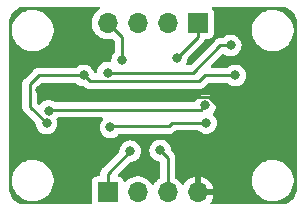
<source format=gbl>
%TF.GenerationSoftware,KiCad,Pcbnew,(6.0.10)*%
%TF.CreationDate,2023-01-14T14:38:52-05:00*%
%TF.ProjectId,AS5600-Breakout,41533536-3030-42d4-9272-65616b6f7574,rev?*%
%TF.SameCoordinates,Original*%
%TF.FileFunction,Copper,L2,Bot*%
%TF.FilePolarity,Positive*%
%FSLAX46Y46*%
G04 Gerber Fmt 4.6, Leading zero omitted, Abs format (unit mm)*
G04 Created by KiCad (PCBNEW (6.0.10)) date 2023-01-14 14:38:52*
%MOMM*%
%LPD*%
G01*
G04 APERTURE LIST*
%TA.AperFunction,ComponentPad*%
%ADD10R,1.700000X1.700000*%
%TD*%
%TA.AperFunction,ComponentPad*%
%ADD11O,1.700000X1.700000*%
%TD*%
%TA.AperFunction,ViaPad*%
%ADD12C,0.800000*%
%TD*%
%TA.AperFunction,Conductor*%
%ADD13C,0.250000*%
%TD*%
G04 APERTURE END LIST*
D10*
%TO.P,J2,1,Pin_1*%
%TO.N,PGO*%
X128270000Y-78105000D03*
D11*
%TO.P,J2,2,Pin_2*%
%TO.N,SDA_3v*%
X125730000Y-78105000D03*
%TO.P,J2,3,Pin_3*%
%TO.N,SCL_3v*%
X123190000Y-78105000D03*
%TO.P,J2,4,Pin_4*%
%TO.N,DIR*%
X120650000Y-78105000D03*
%TD*%
D10*
%TO.P,J1,1,Pin_1*%
%TO.N,5V*%
X120650000Y-92456000D03*
D11*
%TO.P,J1,2,Pin_2*%
%TO.N,3.3V*%
X123190000Y-92456000D03*
%TO.P,J1,3,Pin_3*%
%TO.N,OUT*%
X125730000Y-92456000D03*
%TO.P,J1,4,Pin_4*%
%TO.N,GND*%
X128270000Y-92456000D03*
%TD*%
D12*
%TO.N,VCC*%
X120874996Y-86939662D03*
X128991000Y-86573000D03*
%TO.N,GND*%
X114935000Y-83820000D03*
X133350000Y-86614000D03*
%TO.N,3.3V*%
X120645000Y-82301000D03*
X131064000Y-80010000D03*
%TO.N,SDA*%
X128905000Y-85090000D03*
X115659500Y-85538799D03*
%TO.N,SCL*%
X131445000Y-82550000D03*
X118618000Y-82550000D03*
X115465500Y-86614000D03*
%TO.N,5V*%
X122555000Y-88954241D03*
%TO.N,OUT*%
X125095000Y-88900000D03*
%TO.N,PGO*%
X126492000Y-81067000D03*
%TO.N,DIR*%
X121875682Y-81225759D03*
%TD*%
D13*
%TO.N,VCC*%
X125801887Y-86868000D02*
X120946658Y-86868000D01*
X128991000Y-86573000D02*
X126096887Y-86573000D01*
X126096887Y-86573000D02*
X125801887Y-86868000D01*
X120946658Y-86868000D02*
X120874996Y-86939662D01*
%TO.N,GND*%
X118180000Y-84525000D02*
X117475000Y-83820000D01*
X129205305Y-84365000D02*
X127090000Y-84365000D01*
X133350000Y-86614000D02*
X131454305Y-86614000D01*
X117475000Y-83820000D02*
X114935000Y-83820000D01*
X127090000Y-84365000D02*
X126930000Y-84525000D01*
X126930000Y-84525000D02*
X118180000Y-84525000D01*
X131454305Y-86614000D02*
X129205305Y-84365000D01*
%TO.N,3.3V*%
X130187500Y-80010000D02*
X127896500Y-82301000D01*
X131064000Y-80010000D02*
X130187500Y-80010000D01*
X127896500Y-82301000D02*
X120645000Y-82301000D01*
%TO.N,SDA*%
X128526779Y-85468221D02*
X128905000Y-85090000D01*
X115659500Y-85538799D02*
X115730078Y-85468221D01*
X115730078Y-85468221D02*
X128526779Y-85468221D01*
%TO.N,SCL*%
X128397000Y-83058000D02*
X128905000Y-82550000D01*
X114046000Y-85194500D02*
X114046000Y-83312000D01*
X118618000Y-82550000D02*
X119126000Y-83058000D01*
X114046000Y-83312000D02*
X114808000Y-82550000D01*
X114808000Y-82550000D02*
X118618000Y-82550000D01*
X119126000Y-83058000D02*
X128397000Y-83058000D01*
X128905000Y-82550000D02*
X131445000Y-82550000D01*
X115465500Y-86614000D02*
X114046000Y-85194500D01*
%TO.N,5V*%
X120650000Y-90859241D02*
X120650000Y-92456000D01*
X122555000Y-88954241D02*
X120650000Y-90859241D01*
%TO.N,OUT*%
X125730000Y-89535000D02*
X125730000Y-92710000D01*
X125095000Y-88900000D02*
X125730000Y-89535000D01*
%TO.N,PGO*%
X126492000Y-81067000D02*
X128270000Y-79289000D01*
X128270000Y-79289000D02*
X128270000Y-78105000D01*
%TO.N,DIR*%
X121875682Y-81225759D02*
X121875682Y-79330682D01*
X121875682Y-79330682D02*
X120650000Y-78105000D01*
%TD*%
%TA.AperFunction,Conductor*%
%TO.N,GND*%
G36*
X119943622Y-76728502D02*
G01*
X119990115Y-76782158D01*
X120000219Y-76852432D01*
X119970725Y-76917012D01*
X119933683Y-76946262D01*
X119923607Y-76951507D01*
X119919474Y-76954610D01*
X119919471Y-76954612D01*
X119749100Y-77082530D01*
X119744965Y-77085635D01*
X119714490Y-77117525D01*
X119651280Y-77183671D01*
X119590629Y-77247138D01*
X119464743Y-77431680D01*
X119370688Y-77634305D01*
X119310989Y-77849570D01*
X119287251Y-78071695D01*
X119287548Y-78076848D01*
X119287548Y-78076851D01*
X119299812Y-78289547D01*
X119300110Y-78294715D01*
X119301247Y-78299761D01*
X119301248Y-78299767D01*
X119316823Y-78368874D01*
X119349222Y-78512639D01*
X119433266Y-78719616D01*
X119470685Y-78780678D01*
X119547291Y-78905688D01*
X119549987Y-78910088D01*
X119696250Y-79078938D01*
X119789220Y-79156123D01*
X119861580Y-79216197D01*
X119868126Y-79221632D01*
X120061000Y-79334338D01*
X120065825Y-79336180D01*
X120065826Y-79336181D01*
X120132971Y-79361821D01*
X120269692Y-79414030D01*
X120274760Y-79415061D01*
X120274763Y-79415062D01*
X120369292Y-79434294D01*
X120488597Y-79458567D01*
X120493772Y-79458757D01*
X120493774Y-79458757D01*
X120706673Y-79466564D01*
X120706677Y-79466564D01*
X120711837Y-79466753D01*
X120716957Y-79466097D01*
X120716959Y-79466097D01*
X120802732Y-79455109D01*
X120933416Y-79438368D01*
X120979826Y-79424444D01*
X121050821Y-79424026D01*
X121105129Y-79456034D01*
X121205277Y-79556182D01*
X121239303Y-79618494D01*
X121242182Y-79645277D01*
X121242182Y-80523235D01*
X121222180Y-80591356D01*
X121209824Y-80607538D01*
X121136642Y-80688815D01*
X121104392Y-80744674D01*
X121070254Y-80803803D01*
X121041155Y-80854203D01*
X120982140Y-81035831D01*
X120962178Y-81225759D01*
X120962868Y-81232323D01*
X120967042Y-81272034D01*
X120954270Y-81341872D01*
X120905768Y-81393719D01*
X120836936Y-81411114D01*
X120815535Y-81408452D01*
X120746944Y-81393872D01*
X120746939Y-81393872D01*
X120740487Y-81392500D01*
X120549513Y-81392500D01*
X120543061Y-81393872D01*
X120543056Y-81393872D01*
X120456112Y-81412353D01*
X120362712Y-81432206D01*
X120356682Y-81434891D01*
X120356681Y-81434891D01*
X120194278Y-81507197D01*
X120194276Y-81507198D01*
X120188248Y-81509882D01*
X120033747Y-81622134D01*
X120029326Y-81627044D01*
X120029325Y-81627045D01*
X119995492Y-81664621D01*
X119905960Y-81764056D01*
X119902659Y-81769774D01*
X119816315Y-81919326D01*
X119810473Y-81929444D01*
X119751458Y-82111072D01*
X119750768Y-82117633D01*
X119750768Y-82117635D01*
X119735007Y-82267591D01*
X119707994Y-82333248D01*
X119649772Y-82373877D01*
X119578827Y-82376580D01*
X119517683Y-82340498D01*
X119489864Y-82293356D01*
X119481493Y-82267591D01*
X119452527Y-82178444D01*
X119357040Y-82013056D01*
X119340882Y-81995110D01*
X119233675Y-81876045D01*
X119233674Y-81876044D01*
X119229253Y-81871134D01*
X119093589Y-81772568D01*
X119080094Y-81762763D01*
X119080093Y-81762762D01*
X119074752Y-81758882D01*
X119068724Y-81756198D01*
X119068722Y-81756197D01*
X118906319Y-81683891D01*
X118906318Y-81683891D01*
X118900288Y-81681206D01*
X118793343Y-81658474D01*
X118719944Y-81642872D01*
X118719939Y-81642872D01*
X118713487Y-81641500D01*
X118522513Y-81641500D01*
X118516061Y-81642872D01*
X118516056Y-81642872D01*
X118442657Y-81658474D01*
X118335712Y-81681206D01*
X118329682Y-81683891D01*
X118329681Y-81683891D01*
X118167278Y-81756197D01*
X118167276Y-81756198D01*
X118161248Y-81758882D01*
X118155907Y-81762762D01*
X118155906Y-81762763D01*
X118142411Y-81772568D01*
X118006747Y-81871134D01*
X118002332Y-81876037D01*
X117997420Y-81880460D01*
X117996295Y-81879211D01*
X117942986Y-81912051D01*
X117909800Y-81916500D01*
X114886768Y-81916500D01*
X114875585Y-81915973D01*
X114868092Y-81914298D01*
X114860166Y-81914547D01*
X114860165Y-81914547D01*
X114800002Y-81916438D01*
X114796044Y-81916500D01*
X114768144Y-81916500D01*
X114764154Y-81917004D01*
X114752320Y-81917936D01*
X114708111Y-81919326D01*
X114700497Y-81921538D01*
X114700492Y-81921539D01*
X114688659Y-81924977D01*
X114669296Y-81928988D01*
X114649203Y-81931526D01*
X114641836Y-81934443D01*
X114641831Y-81934444D01*
X114608092Y-81947802D01*
X114596865Y-81951646D01*
X114554407Y-81963982D01*
X114547581Y-81968019D01*
X114536972Y-81974293D01*
X114519224Y-81982988D01*
X114500383Y-81990448D01*
X114493967Y-81995110D01*
X114493966Y-81995110D01*
X114464613Y-82016436D01*
X114454693Y-82022952D01*
X114423465Y-82041420D01*
X114423462Y-82041422D01*
X114416638Y-82045458D01*
X114402317Y-82059779D01*
X114387284Y-82072619D01*
X114370893Y-82084528D01*
X114354128Y-82104794D01*
X114342712Y-82118593D01*
X114334722Y-82127374D01*
X113653742Y-82808353D01*
X113645463Y-82815887D01*
X113638982Y-82820000D01*
X113592357Y-82869651D01*
X113589602Y-82872493D01*
X113569865Y-82892230D01*
X113567385Y-82895427D01*
X113559682Y-82904447D01*
X113529414Y-82936679D01*
X113525595Y-82943625D01*
X113525593Y-82943628D01*
X113519652Y-82954434D01*
X113508801Y-82970953D01*
X113496386Y-82986959D01*
X113493241Y-82994228D01*
X113493238Y-82994232D01*
X113478826Y-83027537D01*
X113473609Y-83038187D01*
X113452305Y-83076940D01*
X113450334Y-83084615D01*
X113450334Y-83084616D01*
X113447267Y-83096562D01*
X113440863Y-83115266D01*
X113432819Y-83133855D01*
X113431580Y-83141678D01*
X113431577Y-83141688D01*
X113425901Y-83177524D01*
X113423495Y-83189144D01*
X113415469Y-83220405D01*
X113412500Y-83231970D01*
X113412500Y-83252224D01*
X113410949Y-83271934D01*
X113407780Y-83291943D01*
X113408526Y-83299835D01*
X113411941Y-83335961D01*
X113412500Y-83347819D01*
X113412500Y-85115733D01*
X113411973Y-85126916D01*
X113410298Y-85134409D01*
X113410547Y-85142335D01*
X113410547Y-85142336D01*
X113412438Y-85202486D01*
X113412500Y-85206445D01*
X113412500Y-85234356D01*
X113412997Y-85238290D01*
X113412997Y-85238291D01*
X113413005Y-85238356D01*
X113413938Y-85250193D01*
X113415327Y-85294389D01*
X113420978Y-85313839D01*
X113424987Y-85333200D01*
X113427526Y-85353297D01*
X113430445Y-85360668D01*
X113430445Y-85360670D01*
X113443804Y-85394412D01*
X113447649Y-85405642D01*
X113459982Y-85448093D01*
X113464015Y-85454912D01*
X113464017Y-85454917D01*
X113470293Y-85465528D01*
X113478988Y-85483276D01*
X113486448Y-85502117D01*
X113491110Y-85508533D01*
X113491110Y-85508534D01*
X113512436Y-85537887D01*
X113518952Y-85547807D01*
X113541458Y-85585862D01*
X113555779Y-85600183D01*
X113568619Y-85615216D01*
X113580528Y-85631607D01*
X113586634Y-85636658D01*
X113614605Y-85659798D01*
X113623384Y-85667788D01*
X114518378Y-86562782D01*
X114552404Y-86625094D01*
X114554593Y-86638707D01*
X114568309Y-86769206D01*
X114571958Y-86803928D01*
X114630973Y-86985556D01*
X114726460Y-87150944D01*
X114730878Y-87155851D01*
X114730879Y-87155852D01*
X114817330Y-87251866D01*
X114854247Y-87292866D01*
X115008748Y-87405118D01*
X115014776Y-87407802D01*
X115014778Y-87407803D01*
X115169313Y-87476606D01*
X115183212Y-87482794D01*
X115268878Y-87501003D01*
X115363556Y-87521128D01*
X115363561Y-87521128D01*
X115370013Y-87522500D01*
X115560987Y-87522500D01*
X115567439Y-87521128D01*
X115567444Y-87521128D01*
X115662122Y-87501003D01*
X115747788Y-87482794D01*
X115761687Y-87476606D01*
X115916222Y-87407803D01*
X115916224Y-87407802D01*
X115922252Y-87405118D01*
X116076753Y-87292866D01*
X116113670Y-87251866D01*
X116200121Y-87155852D01*
X116200122Y-87155851D01*
X116204540Y-87150944D01*
X116300027Y-86985556D01*
X116359042Y-86803928D01*
X116362692Y-86769206D01*
X116378314Y-86620565D01*
X116379004Y-86614000D01*
X116359042Y-86424072D01*
X116308828Y-86269530D01*
X116306800Y-86198563D01*
X116335011Y-86146299D01*
X116335327Y-86145947D01*
X116337599Y-86143425D01*
X116398037Y-86106176D01*
X116431247Y-86101721D01*
X120123975Y-86101721D01*
X120192096Y-86121723D01*
X120238589Y-86175379D01*
X120248693Y-86245653D01*
X120217611Y-86312031D01*
X120135956Y-86402718D01*
X120040469Y-86568106D01*
X119981454Y-86749734D01*
X119961492Y-86939662D01*
X119981454Y-87129590D01*
X120040469Y-87311218D01*
X120135956Y-87476606D01*
X120140374Y-87481513D01*
X120140375Y-87481514D01*
X120158426Y-87501562D01*
X120263743Y-87618528D01*
X120418244Y-87730780D01*
X120424272Y-87733464D01*
X120424274Y-87733465D01*
X120586677Y-87805771D01*
X120592708Y-87808456D01*
X120686109Y-87828309D01*
X120773052Y-87846790D01*
X120773057Y-87846790D01*
X120779509Y-87848162D01*
X120970483Y-87848162D01*
X120976935Y-87846790D01*
X120976940Y-87846790D01*
X121063883Y-87828309D01*
X121157284Y-87808456D01*
X121163315Y-87805771D01*
X121325718Y-87733465D01*
X121325720Y-87733464D01*
X121331748Y-87730780D01*
X121486249Y-87618528D01*
X121554085Y-87543188D01*
X121614528Y-87505950D01*
X121647719Y-87501500D01*
X125723120Y-87501500D01*
X125734303Y-87502027D01*
X125741796Y-87503702D01*
X125749722Y-87503453D01*
X125749723Y-87503453D01*
X125809873Y-87501562D01*
X125813832Y-87501500D01*
X125841743Y-87501500D01*
X125845678Y-87501003D01*
X125845743Y-87500995D01*
X125857580Y-87500062D01*
X125889838Y-87499048D01*
X125893857Y-87498922D01*
X125901776Y-87498673D01*
X125921230Y-87493021D01*
X125940587Y-87489013D01*
X125952817Y-87487468D01*
X125952818Y-87487468D01*
X125960684Y-87486474D01*
X125968055Y-87483555D01*
X125968057Y-87483555D01*
X126001799Y-87470196D01*
X126013029Y-87466351D01*
X126047870Y-87456229D01*
X126047871Y-87456229D01*
X126055480Y-87454018D01*
X126062299Y-87449985D01*
X126062304Y-87449983D01*
X126072915Y-87443707D01*
X126090663Y-87435012D01*
X126109504Y-87427552D01*
X126145274Y-87401564D01*
X126155194Y-87395048D01*
X126158574Y-87393049D01*
X126193249Y-87372542D01*
X126198856Y-87366936D01*
X126207572Y-87358220D01*
X126222606Y-87345379D01*
X126232582Y-87338131D01*
X126232583Y-87338130D01*
X126238994Y-87333472D01*
X126267180Y-87299401D01*
X126275169Y-87290622D01*
X126322386Y-87243405D01*
X126384698Y-87209379D01*
X126411481Y-87206500D01*
X128282800Y-87206500D01*
X128350921Y-87226502D01*
X128370147Y-87242843D01*
X128370420Y-87242540D01*
X128375332Y-87246963D01*
X128379747Y-87251866D01*
X128401329Y-87267546D01*
X128516478Y-87351207D01*
X128534248Y-87364118D01*
X128540276Y-87366802D01*
X128540278Y-87366803D01*
X128702681Y-87439109D01*
X128708712Y-87441794D01*
X128802112Y-87461647D01*
X128889056Y-87480128D01*
X128889061Y-87480128D01*
X128895513Y-87481500D01*
X129086487Y-87481500D01*
X129092939Y-87480128D01*
X129092944Y-87480128D01*
X129179888Y-87461647D01*
X129273288Y-87441794D01*
X129279319Y-87439109D01*
X129441722Y-87366803D01*
X129441724Y-87366802D01*
X129447752Y-87364118D01*
X129465523Y-87351207D01*
X129529213Y-87304933D01*
X129602253Y-87251866D01*
X129625091Y-87226502D01*
X129725621Y-87114852D01*
X129725622Y-87114851D01*
X129730040Y-87109944D01*
X129825527Y-86944556D01*
X129884542Y-86762928D01*
X129904504Y-86573000D01*
X129888851Y-86424072D01*
X129885232Y-86389635D01*
X129885232Y-86389633D01*
X129884542Y-86383072D01*
X129825527Y-86201444D01*
X129730040Y-86036056D01*
X129602253Y-85894134D01*
X129595286Y-85889072D01*
X129594575Y-85888150D01*
X129592002Y-85885833D01*
X129592426Y-85885362D01*
X129551934Y-85832848D01*
X129545860Y-85762111D01*
X129575714Y-85702828D01*
X129639621Y-85631852D01*
X129639622Y-85631851D01*
X129644040Y-85626944D01*
X129739527Y-85461556D01*
X129798542Y-85279928D01*
X129802912Y-85238356D01*
X129817814Y-85096565D01*
X129818504Y-85090000D01*
X129808337Y-84993269D01*
X129799232Y-84906635D01*
X129799232Y-84906633D01*
X129798542Y-84900072D01*
X129739527Y-84718444D01*
X129644040Y-84553056D01*
X129516253Y-84411134D01*
X129361752Y-84298882D01*
X129355724Y-84296198D01*
X129355722Y-84296197D01*
X129193319Y-84223891D01*
X129193318Y-84223891D01*
X129187288Y-84221206D01*
X129093888Y-84201353D01*
X129006944Y-84182872D01*
X129006939Y-84182872D01*
X129000487Y-84181500D01*
X128809513Y-84181500D01*
X128803061Y-84182872D01*
X128803056Y-84182872D01*
X128716112Y-84201353D01*
X128622712Y-84221206D01*
X128616682Y-84223891D01*
X128616681Y-84223891D01*
X128454278Y-84296197D01*
X128454276Y-84296198D01*
X128448248Y-84298882D01*
X128293747Y-84411134D01*
X128165960Y-84553056D01*
X128070473Y-84718444D01*
X128068432Y-84724726D01*
X128060981Y-84747658D01*
X128020907Y-84806263D01*
X127955510Y-84833900D01*
X127941148Y-84834721D01*
X116276992Y-84834721D01*
X116208871Y-84814719D01*
X116202931Y-84810657D01*
X116121594Y-84751562D01*
X116121593Y-84751561D01*
X116116252Y-84747681D01*
X116110224Y-84744997D01*
X116110222Y-84744996D01*
X115947819Y-84672690D01*
X115947818Y-84672690D01*
X115941788Y-84670005D01*
X115848388Y-84650152D01*
X115761444Y-84631671D01*
X115761439Y-84631671D01*
X115754987Y-84630299D01*
X115564013Y-84630299D01*
X115557561Y-84631671D01*
X115557556Y-84631671D01*
X115470612Y-84650152D01*
X115377212Y-84670005D01*
X115371182Y-84672690D01*
X115371181Y-84672690D01*
X115208778Y-84744996D01*
X115208776Y-84744997D01*
X115202748Y-84747681D01*
X115048247Y-84859933D01*
X115043826Y-84864843D01*
X115043825Y-84864844D01*
X114928191Y-84993269D01*
X114867745Y-85030509D01*
X114796762Y-85029157D01*
X114745460Y-84998054D01*
X114716405Y-84968999D01*
X114682379Y-84906687D01*
X114679500Y-84879904D01*
X114679500Y-83626595D01*
X114699502Y-83558474D01*
X114716405Y-83537499D01*
X115033501Y-83220404D01*
X115095813Y-83186379D01*
X115122596Y-83183500D01*
X117909800Y-83183500D01*
X117977921Y-83203502D01*
X117997147Y-83219843D01*
X117997420Y-83219540D01*
X118002332Y-83223963D01*
X118006747Y-83228866D01*
X118161248Y-83341118D01*
X118167276Y-83343802D01*
X118167278Y-83343803D01*
X118329681Y-83416109D01*
X118335712Y-83418794D01*
X118429112Y-83438647D01*
X118516056Y-83457128D01*
X118516061Y-83457128D01*
X118522513Y-83458500D01*
X118577172Y-83458500D01*
X118645293Y-83478502D01*
X118663424Y-83492649D01*
X118683666Y-83511657D01*
X118686509Y-83514413D01*
X118706230Y-83534134D01*
X118709425Y-83536612D01*
X118718447Y-83544318D01*
X118750679Y-83574586D01*
X118757628Y-83578406D01*
X118768432Y-83584346D01*
X118784956Y-83595199D01*
X118800959Y-83607613D01*
X118841543Y-83625176D01*
X118852173Y-83630383D01*
X118890940Y-83651695D01*
X118898617Y-83653666D01*
X118898622Y-83653668D01*
X118910558Y-83656732D01*
X118929266Y-83663137D01*
X118947855Y-83671181D01*
X118955680Y-83672420D01*
X118955682Y-83672421D01*
X118991519Y-83678097D01*
X119003140Y-83680504D01*
X119034959Y-83688673D01*
X119045970Y-83691500D01*
X119066231Y-83691500D01*
X119085940Y-83693051D01*
X119105943Y-83696219D01*
X119113835Y-83695473D01*
X119119062Y-83694979D01*
X119149954Y-83692059D01*
X119161811Y-83691500D01*
X128318233Y-83691500D01*
X128329416Y-83692027D01*
X128336909Y-83693702D01*
X128344835Y-83693453D01*
X128344836Y-83693453D01*
X128404986Y-83691562D01*
X128408945Y-83691500D01*
X128436856Y-83691500D01*
X128440791Y-83691003D01*
X128440856Y-83690995D01*
X128452693Y-83690062D01*
X128484951Y-83689048D01*
X128488970Y-83688922D01*
X128496889Y-83688673D01*
X128516343Y-83683021D01*
X128535700Y-83679013D01*
X128547930Y-83677468D01*
X128547931Y-83677468D01*
X128555797Y-83676474D01*
X128563168Y-83673555D01*
X128563170Y-83673555D01*
X128596912Y-83660196D01*
X128608142Y-83656351D01*
X128642983Y-83646229D01*
X128642984Y-83646229D01*
X128650593Y-83644018D01*
X128657412Y-83639985D01*
X128657417Y-83639983D01*
X128668028Y-83633707D01*
X128685776Y-83625012D01*
X128704617Y-83617552D01*
X128724987Y-83602753D01*
X128740387Y-83591564D01*
X128750307Y-83585048D01*
X128781535Y-83566580D01*
X128781538Y-83566578D01*
X128788362Y-83562542D01*
X128802683Y-83548221D01*
X128817717Y-83535380D01*
X128819432Y-83534134D01*
X128834107Y-83523472D01*
X128862298Y-83489395D01*
X128870288Y-83480616D01*
X129130499Y-83220405D01*
X129192811Y-83186379D01*
X129219594Y-83183500D01*
X130736800Y-83183500D01*
X130804921Y-83203502D01*
X130824147Y-83219843D01*
X130824420Y-83219540D01*
X130829332Y-83223963D01*
X130833747Y-83228866D01*
X130988248Y-83341118D01*
X130994276Y-83343802D01*
X130994278Y-83343803D01*
X131156681Y-83416109D01*
X131162712Y-83418794D01*
X131256112Y-83438647D01*
X131343056Y-83457128D01*
X131343061Y-83457128D01*
X131349513Y-83458500D01*
X131540487Y-83458500D01*
X131546939Y-83457128D01*
X131546944Y-83457128D01*
X131633888Y-83438647D01*
X131727288Y-83418794D01*
X131733319Y-83416109D01*
X131895722Y-83343803D01*
X131895724Y-83343802D01*
X131901752Y-83341118D01*
X132056253Y-83228866D01*
X132092019Y-83189144D01*
X132179621Y-83091852D01*
X132179622Y-83091851D01*
X132184040Y-83086944D01*
X132279527Y-82921556D01*
X132338542Y-82739928D01*
X132358504Y-82550000D01*
X132338542Y-82360072D01*
X132279527Y-82178444D01*
X132184040Y-82013056D01*
X132167882Y-81995110D01*
X132060675Y-81876045D01*
X132060674Y-81876044D01*
X132056253Y-81871134D01*
X131920589Y-81772568D01*
X131907094Y-81762763D01*
X131907093Y-81762762D01*
X131901752Y-81758882D01*
X131895724Y-81756198D01*
X131895722Y-81756197D01*
X131733319Y-81683891D01*
X131733318Y-81683891D01*
X131727288Y-81681206D01*
X131620343Y-81658474D01*
X131546944Y-81642872D01*
X131546939Y-81642872D01*
X131540487Y-81641500D01*
X131349513Y-81641500D01*
X131343061Y-81642872D01*
X131343056Y-81642872D01*
X131269657Y-81658474D01*
X131162712Y-81681206D01*
X131156682Y-81683891D01*
X131156681Y-81683891D01*
X130994278Y-81756197D01*
X130994276Y-81756198D01*
X130988248Y-81758882D01*
X130982907Y-81762762D01*
X130982906Y-81762763D01*
X130969411Y-81772568D01*
X130833747Y-81871134D01*
X130829332Y-81876037D01*
X130824420Y-81880460D01*
X130823295Y-81879211D01*
X130769986Y-81912051D01*
X130736800Y-81916500D01*
X129481094Y-81916500D01*
X129412973Y-81896498D01*
X129366480Y-81842842D01*
X129356376Y-81772568D01*
X129385870Y-81707988D01*
X129391999Y-81701405D01*
X130348730Y-80744674D01*
X130411042Y-80710648D01*
X130481857Y-80715713D01*
X130511885Y-80731833D01*
X130607248Y-80801118D01*
X130613276Y-80803802D01*
X130613278Y-80803803D01*
X130775681Y-80876109D01*
X130781712Y-80878794D01*
X130875112Y-80898647D01*
X130962056Y-80917128D01*
X130962061Y-80917128D01*
X130968513Y-80918500D01*
X131159487Y-80918500D01*
X131165939Y-80917128D01*
X131165944Y-80917128D01*
X131252888Y-80898647D01*
X131346288Y-80878794D01*
X131352319Y-80876109D01*
X131514722Y-80803803D01*
X131514724Y-80803802D01*
X131520752Y-80801118D01*
X131675253Y-80688866D01*
X131679714Y-80683912D01*
X131798621Y-80551852D01*
X131798622Y-80551851D01*
X131803040Y-80546944D01*
X131880775Y-80412303D01*
X131895223Y-80387279D01*
X131895224Y-80387278D01*
X131898527Y-80381556D01*
X131957542Y-80199928D01*
X131977504Y-80010000D01*
X131957542Y-79820072D01*
X131898527Y-79638444D01*
X131803040Y-79473056D01*
X131794104Y-79463131D01*
X131679675Y-79336045D01*
X131679674Y-79336044D01*
X131675253Y-79331134D01*
X131576157Y-79259136D01*
X131526094Y-79222763D01*
X131526093Y-79222762D01*
X131520752Y-79218882D01*
X131514724Y-79216198D01*
X131514722Y-79216197D01*
X131352319Y-79143891D01*
X131352318Y-79143891D01*
X131346288Y-79141206D01*
X131252887Y-79121353D01*
X131165944Y-79102872D01*
X131165939Y-79102872D01*
X131159487Y-79101500D01*
X130968513Y-79101500D01*
X130962061Y-79102872D01*
X130962056Y-79102872D01*
X130875113Y-79121353D01*
X130781712Y-79141206D01*
X130775682Y-79143891D01*
X130775681Y-79143891D01*
X130613278Y-79216197D01*
X130613276Y-79216198D01*
X130607248Y-79218882D01*
X130601907Y-79222762D01*
X130601906Y-79222763D01*
X130532910Y-79272892D01*
X130452747Y-79331134D01*
X130448332Y-79336037D01*
X130443420Y-79340460D01*
X130442295Y-79339211D01*
X130388986Y-79372051D01*
X130355800Y-79376500D01*
X130266267Y-79376500D01*
X130255084Y-79375973D01*
X130247591Y-79374298D01*
X130239665Y-79374547D01*
X130239664Y-79374547D01*
X130179514Y-79376438D01*
X130175555Y-79376500D01*
X130147644Y-79376500D01*
X130143710Y-79376997D01*
X130143709Y-79376997D01*
X130143644Y-79377005D01*
X130131807Y-79377938D01*
X130099990Y-79378938D01*
X130095529Y-79379078D01*
X130087610Y-79379327D01*
X130069954Y-79384456D01*
X130068158Y-79384978D01*
X130048806Y-79388986D01*
X130041735Y-79389880D01*
X130028703Y-79391526D01*
X130021334Y-79394443D01*
X130021332Y-79394444D01*
X129987597Y-79407800D01*
X129976370Y-79411645D01*
X129974187Y-79412279D01*
X129933907Y-79423982D01*
X129927085Y-79428016D01*
X129927079Y-79428019D01*
X129916468Y-79434294D01*
X129898718Y-79442990D01*
X129887256Y-79447528D01*
X129887251Y-79447531D01*
X129879883Y-79450448D01*
X129871216Y-79456745D01*
X129844125Y-79476427D01*
X129834207Y-79482943D01*
X129815519Y-79493995D01*
X129796137Y-79505458D01*
X129781813Y-79519782D01*
X129766781Y-79532621D01*
X129750393Y-79544528D01*
X129735275Y-79562803D01*
X129722212Y-79578593D01*
X129714222Y-79587373D01*
X127671000Y-81630595D01*
X127608688Y-81664621D01*
X127581905Y-81667500D01*
X127412584Y-81667500D01*
X127344463Y-81647498D01*
X127297970Y-81593842D01*
X127287866Y-81523568D01*
X127303464Y-81478503D01*
X127326527Y-81438556D01*
X127385542Y-81256928D01*
X127402907Y-81091706D01*
X127429920Y-81026050D01*
X127439122Y-81015782D01*
X128662247Y-79792657D01*
X128670537Y-79785113D01*
X128677018Y-79781000D01*
X128723659Y-79731332D01*
X128726413Y-79728491D01*
X128746135Y-79708769D01*
X128748619Y-79705567D01*
X128756317Y-79696555D01*
X128781161Y-79670098D01*
X128786586Y-79664321D01*
X128796347Y-79646566D01*
X128807198Y-79630047D01*
X128819614Y-79614041D01*
X128822764Y-79606762D01*
X128837174Y-79573463D01*
X128842396Y-79562803D01*
X128861089Y-79528800D01*
X128911434Y-79478741D01*
X128971504Y-79463500D01*
X129168134Y-79463500D01*
X129230316Y-79456745D01*
X129366705Y-79405615D01*
X129483261Y-79318261D01*
X129570615Y-79201705D01*
X129621745Y-79065316D01*
X129628500Y-79003134D01*
X129628500Y-78847655D01*
X132859858Y-78847655D01*
X132895104Y-79106638D01*
X132896412Y-79111124D01*
X132896412Y-79111126D01*
X132916098Y-79178664D01*
X132968243Y-79357567D01*
X132970203Y-79361820D01*
X132970204Y-79361821D01*
X132986029Y-79396148D01*
X133077668Y-79594928D01*
X133080231Y-79598837D01*
X133218410Y-79809596D01*
X133218414Y-79809601D01*
X133220976Y-79813509D01*
X133395018Y-80008506D01*
X133595970Y-80175637D01*
X133599973Y-80178066D01*
X133815422Y-80308804D01*
X133815426Y-80308806D01*
X133819419Y-80311229D01*
X134060455Y-80412303D01*
X134313783Y-80476641D01*
X134318434Y-80477109D01*
X134318438Y-80477110D01*
X134511308Y-80496531D01*
X134530867Y-80498500D01*
X134686354Y-80498500D01*
X134688679Y-80498327D01*
X134688685Y-80498327D01*
X134876000Y-80484407D01*
X134876004Y-80484406D01*
X134880652Y-80484061D01*
X134885200Y-80483032D01*
X134885206Y-80483031D01*
X135071601Y-80440853D01*
X135135577Y-80426377D01*
X135171769Y-80412303D01*
X135374824Y-80333340D01*
X135374827Y-80333339D01*
X135379177Y-80331647D01*
X135606098Y-80201951D01*
X135811357Y-80040138D01*
X135990443Y-79849763D01*
X136115082Y-79670098D01*
X136136759Y-79638851D01*
X136136761Y-79638848D01*
X136139424Y-79635009D01*
X136141492Y-79630816D01*
X136252960Y-79404781D01*
X136252961Y-79404778D01*
X136255025Y-79400593D01*
X136257928Y-79391526D01*
X136333280Y-79156123D01*
X136334707Y-79151665D01*
X136376721Y-78893693D01*
X136380142Y-78632345D01*
X136344896Y-78373362D01*
X136330473Y-78323877D01*
X136320466Y-78289547D01*
X136271757Y-78122433D01*
X136252599Y-78080875D01*
X136164289Y-77889318D01*
X136162332Y-77885072D01*
X136115442Y-77813553D01*
X136021590Y-77670404D01*
X136021586Y-77670399D01*
X136019024Y-77666491D01*
X135844982Y-77471494D01*
X135644030Y-77304363D01*
X135556755Y-77251403D01*
X135424578Y-77171196D01*
X135424574Y-77171194D01*
X135420581Y-77168771D01*
X135179545Y-77067697D01*
X134926217Y-77003359D01*
X134921566Y-77002891D01*
X134921562Y-77002890D01*
X134712271Y-76981816D01*
X134709133Y-76981500D01*
X134553646Y-76981500D01*
X134551321Y-76981673D01*
X134551315Y-76981673D01*
X134364000Y-76995593D01*
X134363996Y-76995594D01*
X134359348Y-76995939D01*
X134354800Y-76996968D01*
X134354794Y-76996969D01*
X134168399Y-77039147D01*
X134104423Y-77053623D01*
X134100071Y-77055315D01*
X134100069Y-77055316D01*
X133865176Y-77146660D01*
X133865173Y-77146661D01*
X133860823Y-77148353D01*
X133856769Y-77150670D01*
X133856767Y-77150671D01*
X133825099Y-77168771D01*
X133633902Y-77278049D01*
X133428643Y-77439862D01*
X133249557Y-77630237D01*
X133100576Y-77844991D01*
X133098510Y-77849181D01*
X133098508Y-77849184D01*
X133084842Y-77876897D01*
X132984975Y-78079407D01*
X132983553Y-78083850D01*
X132983552Y-78083852D01*
X132963460Y-78146621D01*
X132905293Y-78328335D01*
X132863279Y-78586307D01*
X132859858Y-78847655D01*
X129628500Y-78847655D01*
X129628500Y-77206866D01*
X129621745Y-77144684D01*
X129570615Y-77008295D01*
X129561355Y-76995939D01*
X129496996Y-76910065D01*
X129472148Y-76843558D01*
X129487201Y-76774176D01*
X129537375Y-76723946D01*
X129597822Y-76708500D01*
X135205633Y-76708500D01*
X135225018Y-76710000D01*
X135239851Y-76712310D01*
X135239855Y-76712310D01*
X135248724Y-76713691D01*
X135262789Y-76711852D01*
X135289004Y-76711176D01*
X135422111Y-76721652D01*
X135463574Y-76724915D01*
X135483103Y-76728008D01*
X135676903Y-76774536D01*
X135695706Y-76780646D01*
X135879840Y-76856916D01*
X135897457Y-76865893D01*
X136067387Y-76970027D01*
X136083382Y-76981648D01*
X136234934Y-77111085D01*
X136248915Y-77125066D01*
X136378352Y-77276618D01*
X136389973Y-77292613D01*
X136494107Y-77462543D01*
X136503084Y-77480160D01*
X136579354Y-77664294D01*
X136585464Y-77683097D01*
X136631992Y-77876897D01*
X136635085Y-77896426D01*
X136648272Y-78063987D01*
X136647630Y-78080875D01*
X136647800Y-78080877D01*
X136647690Y-78089853D01*
X136646309Y-78098724D01*
X136647473Y-78107626D01*
X136647473Y-78107628D01*
X136650436Y-78130283D01*
X136651500Y-78146621D01*
X136651500Y-92025633D01*
X136650000Y-92045018D01*
X136647690Y-92059851D01*
X136647690Y-92059855D01*
X136646309Y-92068724D01*
X136648148Y-92082789D01*
X136648824Y-92109004D01*
X136642931Y-92183885D01*
X136635085Y-92283574D01*
X136631992Y-92303103D01*
X136585464Y-92496903D01*
X136579354Y-92515706D01*
X136503084Y-92699840D01*
X136494107Y-92717457D01*
X136389973Y-92887387D01*
X136378352Y-92903382D01*
X136248915Y-93054934D01*
X136234934Y-93068915D01*
X136083382Y-93198352D01*
X136067387Y-93209973D01*
X135897457Y-93314107D01*
X135879840Y-93323084D01*
X135695706Y-93399354D01*
X135676903Y-93405464D01*
X135483103Y-93451992D01*
X135463574Y-93455085D01*
X135296013Y-93468272D01*
X135279125Y-93467630D01*
X135279123Y-93467800D01*
X135270147Y-93467690D01*
X135261276Y-93466309D01*
X135252374Y-93467473D01*
X135252372Y-93467473D01*
X135237323Y-93469441D01*
X135229714Y-93470436D01*
X135213379Y-93471500D01*
X129458315Y-93471500D01*
X129390194Y-93451498D01*
X129343701Y-93397842D01*
X129333597Y-93327568D01*
X129355993Y-93271974D01*
X129435004Y-93162020D01*
X129440313Y-93153183D01*
X129534670Y-92962267D01*
X129538469Y-92952672D01*
X129600377Y-92748910D01*
X129602555Y-92738837D01*
X129603986Y-92727962D01*
X129601775Y-92713778D01*
X129588617Y-92710000D01*
X128142000Y-92710000D01*
X128073879Y-92689998D01*
X128027386Y-92636342D01*
X128016000Y-92584000D01*
X128016000Y-92183885D01*
X128524000Y-92183885D01*
X128528475Y-92199124D01*
X128529865Y-92200329D01*
X128537548Y-92202000D01*
X129588344Y-92202000D01*
X129601875Y-92198027D01*
X129603180Y-92188947D01*
X129561214Y-92021875D01*
X129557894Y-92012124D01*
X129472972Y-91816814D01*
X129468105Y-91807739D01*
X129352426Y-91628926D01*
X129346136Y-91620757D01*
X129279618Y-91547655D01*
X132859858Y-91547655D01*
X132895104Y-91806638D01*
X132896412Y-91811124D01*
X132896412Y-91811126D01*
X132916098Y-91878664D01*
X132968243Y-92057567D01*
X133077668Y-92294928D01*
X133080231Y-92298837D01*
X133218410Y-92509596D01*
X133218414Y-92509601D01*
X133220976Y-92513509D01*
X133395018Y-92708506D01*
X133595970Y-92875637D01*
X133599973Y-92878066D01*
X133815422Y-93008804D01*
X133815426Y-93008806D01*
X133819419Y-93011229D01*
X134060455Y-93112303D01*
X134313783Y-93176641D01*
X134318434Y-93177109D01*
X134318438Y-93177110D01*
X134511308Y-93196531D01*
X134530867Y-93198500D01*
X134686354Y-93198500D01*
X134688679Y-93198327D01*
X134688685Y-93198327D01*
X134876000Y-93184407D01*
X134876004Y-93184406D01*
X134880652Y-93184061D01*
X134885200Y-93183032D01*
X134885206Y-93183031D01*
X135116569Y-93130678D01*
X135135577Y-93126377D01*
X135139931Y-93124684D01*
X135374824Y-93033340D01*
X135374827Y-93033339D01*
X135379177Y-93031647D01*
X135606098Y-92901951D01*
X135811357Y-92740138D01*
X135990443Y-92549763D01*
X136139424Y-92335009D01*
X136141492Y-92330816D01*
X136252960Y-92104781D01*
X136252961Y-92104778D01*
X136255025Y-92100593D01*
X136259200Y-92087552D01*
X136333280Y-91856123D01*
X136334707Y-91851665D01*
X136376721Y-91593693D01*
X136380142Y-91332345D01*
X136344896Y-91073362D01*
X136330473Y-91023877D01*
X136291193Y-90889116D01*
X136271757Y-90822433D01*
X136162332Y-90585072D01*
X136068963Y-90442660D01*
X136021590Y-90370404D01*
X136021586Y-90370399D01*
X136019024Y-90366491D01*
X135844982Y-90171494D01*
X135644030Y-90004363D01*
X135596844Y-89975730D01*
X135424578Y-89871196D01*
X135424574Y-89871194D01*
X135420581Y-89868771D01*
X135179545Y-89767697D01*
X134926217Y-89703359D01*
X134921566Y-89702891D01*
X134921562Y-89702890D01*
X134712271Y-89681816D01*
X134709133Y-89681500D01*
X134553646Y-89681500D01*
X134551321Y-89681673D01*
X134551315Y-89681673D01*
X134364000Y-89695593D01*
X134363996Y-89695594D01*
X134359348Y-89695939D01*
X134354800Y-89696968D01*
X134354794Y-89696969D01*
X134168399Y-89739147D01*
X134104423Y-89753623D01*
X134100071Y-89755315D01*
X134100069Y-89755316D01*
X133865176Y-89846660D01*
X133865173Y-89846661D01*
X133860823Y-89848353D01*
X133856769Y-89850670D01*
X133856767Y-89850671D01*
X133835649Y-89862741D01*
X133633902Y-89978049D01*
X133428643Y-90139862D01*
X133249557Y-90330237D01*
X133173778Y-90439471D01*
X133130626Y-90501675D01*
X133100576Y-90544991D01*
X133098510Y-90549181D01*
X133098508Y-90549184D01*
X132988860Y-90771530D01*
X132984975Y-90779407D01*
X132983553Y-90783850D01*
X132983552Y-90783852D01*
X132923486Y-90971500D01*
X132905293Y-91028335D01*
X132863279Y-91286307D01*
X132862830Y-91320598D01*
X132860767Y-91478243D01*
X132859858Y-91547655D01*
X129279618Y-91547655D01*
X129202806Y-91463240D01*
X129195273Y-91456215D01*
X129028139Y-91324222D01*
X129019552Y-91318517D01*
X128833117Y-91215599D01*
X128823705Y-91211369D01*
X128622959Y-91140280D01*
X128612988Y-91137646D01*
X128541837Y-91124972D01*
X128528540Y-91126432D01*
X128524000Y-91140989D01*
X128524000Y-92183885D01*
X128016000Y-92183885D01*
X128016000Y-91139102D01*
X128012082Y-91125758D01*
X127997806Y-91123771D01*
X127959324Y-91129660D01*
X127949288Y-91132051D01*
X127746868Y-91198212D01*
X127737359Y-91202209D01*
X127548463Y-91300542D01*
X127539738Y-91306036D01*
X127369433Y-91433905D01*
X127361726Y-91440748D01*
X127214590Y-91594717D01*
X127208109Y-91602722D01*
X127103498Y-91756074D01*
X127048587Y-91801076D01*
X126978062Y-91809247D01*
X126914315Y-91777993D01*
X126893618Y-91753509D01*
X126812822Y-91628617D01*
X126812820Y-91628614D01*
X126810014Y-91624277D01*
X126659670Y-91459051D01*
X126655619Y-91455852D01*
X126655615Y-91455848D01*
X126488414Y-91323800D01*
X126488410Y-91323798D01*
X126484359Y-91320598D01*
X126479835Y-91318101D01*
X126479831Y-91318098D01*
X126428608Y-91289822D01*
X126378636Y-91239390D01*
X126363500Y-91179513D01*
X126363500Y-89613768D01*
X126364027Y-89602585D01*
X126365702Y-89595092D01*
X126363562Y-89527001D01*
X126363500Y-89523044D01*
X126363500Y-89495144D01*
X126362996Y-89491153D01*
X126362063Y-89479311D01*
X126360923Y-89443036D01*
X126360674Y-89435111D01*
X126355021Y-89415652D01*
X126351012Y-89396293D01*
X126350846Y-89394983D01*
X126348474Y-89376203D01*
X126345558Y-89368837D01*
X126345556Y-89368831D01*
X126332200Y-89335098D01*
X126328355Y-89323868D01*
X126318230Y-89289017D01*
X126318230Y-89289016D01*
X126316019Y-89281407D01*
X126305705Y-89263966D01*
X126297008Y-89246213D01*
X126292472Y-89234758D01*
X126289552Y-89227383D01*
X126263563Y-89191612D01*
X126257047Y-89181692D01*
X126238578Y-89150463D01*
X126234542Y-89143638D01*
X126220221Y-89129317D01*
X126207380Y-89114283D01*
X126200132Y-89104307D01*
X126195472Y-89097893D01*
X126161401Y-89069707D01*
X126152622Y-89061718D01*
X126042122Y-88951218D01*
X126008096Y-88888906D01*
X126005907Y-88875293D01*
X125989232Y-88716635D01*
X125989232Y-88716633D01*
X125988542Y-88710072D01*
X125929527Y-88528444D01*
X125834040Y-88363056D01*
X125751596Y-88271492D01*
X125710675Y-88226045D01*
X125710674Y-88226044D01*
X125706253Y-88221134D01*
X125551752Y-88108882D01*
X125545724Y-88106198D01*
X125545722Y-88106197D01*
X125383319Y-88033891D01*
X125383318Y-88033891D01*
X125377288Y-88031206D01*
X125283887Y-88011353D01*
X125196944Y-87992872D01*
X125196939Y-87992872D01*
X125190487Y-87991500D01*
X124999513Y-87991500D01*
X124993061Y-87992872D01*
X124993056Y-87992872D01*
X124906112Y-88011353D01*
X124812712Y-88031206D01*
X124806682Y-88033891D01*
X124806681Y-88033891D01*
X124644278Y-88106197D01*
X124644276Y-88106198D01*
X124638248Y-88108882D01*
X124483747Y-88221134D01*
X124479326Y-88226044D01*
X124479325Y-88226045D01*
X124438405Y-88271492D01*
X124355960Y-88363056D01*
X124260473Y-88528444D01*
X124201458Y-88710072D01*
X124181496Y-88900000D01*
X124201458Y-89089928D01*
X124260473Y-89271556D01*
X124355960Y-89436944D01*
X124483747Y-89578866D01*
X124638248Y-89691118D01*
X124644276Y-89693802D01*
X124644278Y-89693803D01*
X124806681Y-89766109D01*
X124812712Y-89768794D01*
X124996698Y-89807902D01*
X125059170Y-89841629D01*
X125093492Y-89903779D01*
X125096500Y-89931148D01*
X125096500Y-91177692D01*
X125076498Y-91245813D01*
X125028683Y-91289453D01*
X125003607Y-91302507D01*
X124999474Y-91305610D01*
X124999471Y-91305612D01*
X124829100Y-91433530D01*
X124824965Y-91436635D01*
X124821393Y-91440373D01*
X124713729Y-91553037D01*
X124670629Y-91598138D01*
X124563201Y-91755621D01*
X124508293Y-91800621D01*
X124437768Y-91808792D01*
X124374021Y-91777538D01*
X124353324Y-91753054D01*
X124272822Y-91628617D01*
X124272820Y-91628614D01*
X124270014Y-91624277D01*
X124119670Y-91459051D01*
X124115619Y-91455852D01*
X124115615Y-91455848D01*
X123948414Y-91323800D01*
X123948410Y-91323798D01*
X123944359Y-91320598D01*
X123939831Y-91318098D01*
X123882241Y-91286307D01*
X123748789Y-91212638D01*
X123743920Y-91210914D01*
X123743916Y-91210912D01*
X123543087Y-91139795D01*
X123543083Y-91139794D01*
X123538212Y-91138069D01*
X123533119Y-91137162D01*
X123533116Y-91137161D01*
X123323373Y-91099800D01*
X123323367Y-91099799D01*
X123318284Y-91098894D01*
X123244452Y-91097992D01*
X123100081Y-91096228D01*
X123100079Y-91096228D01*
X123094911Y-91096165D01*
X122874091Y-91129955D01*
X122661756Y-91199357D01*
X122588757Y-91237358D01*
X122487975Y-91289822D01*
X122463607Y-91302507D01*
X122459474Y-91305610D01*
X122459471Y-91305612D01*
X122289100Y-91433530D01*
X122284965Y-91436635D01*
X122228537Y-91495684D01*
X122204283Y-91521064D01*
X122142759Y-91556494D01*
X122071846Y-91553037D01*
X122014060Y-91511791D01*
X121995207Y-91478243D01*
X121953767Y-91367703D01*
X121950615Y-91359295D01*
X121863261Y-91242739D01*
X121746705Y-91155385D01*
X121610316Y-91104255D01*
X121595248Y-91102618D01*
X121592652Y-91102336D01*
X121527090Y-91075093D01*
X121486665Y-91016729D01*
X121484211Y-90945775D01*
X121517167Y-90887978D01*
X121927005Y-90478141D01*
X122505500Y-89899646D01*
X122567812Y-89865620D01*
X122594595Y-89862741D01*
X122650487Y-89862741D01*
X122656939Y-89861369D01*
X122656944Y-89861369D01*
X122743888Y-89842888D01*
X122837288Y-89823035D01*
X122843319Y-89820350D01*
X123005722Y-89748044D01*
X123005724Y-89748043D01*
X123011752Y-89745359D01*
X123166253Y-89633107D01*
X123207619Y-89587165D01*
X123289621Y-89496093D01*
X123289622Y-89496092D01*
X123294040Y-89491185D01*
X123389527Y-89325797D01*
X123448542Y-89144169D01*
X123468504Y-88954241D01*
X123448542Y-88764313D01*
X123389527Y-88582685D01*
X123294040Y-88417297D01*
X123166253Y-88275375D01*
X123011752Y-88163123D01*
X123005724Y-88160439D01*
X123005722Y-88160438D01*
X122843319Y-88088132D01*
X122843318Y-88088132D01*
X122837288Y-88085447D01*
X122743887Y-88065594D01*
X122656944Y-88047113D01*
X122656939Y-88047113D01*
X122650487Y-88045741D01*
X122459513Y-88045741D01*
X122453061Y-88047113D01*
X122453056Y-88047113D01*
X122366113Y-88065594D01*
X122272712Y-88085447D01*
X122266682Y-88088132D01*
X122266681Y-88088132D01*
X122104278Y-88160438D01*
X122104276Y-88160439D01*
X122098248Y-88163123D01*
X121943747Y-88275375D01*
X121815960Y-88417297D01*
X121720473Y-88582685D01*
X121661458Y-88764313D01*
X121660768Y-88770874D01*
X121660768Y-88770876D01*
X121644093Y-88929534D01*
X121617080Y-88995191D01*
X121607878Y-89005459D01*
X120257747Y-90355589D01*
X120249461Y-90363129D01*
X120242982Y-90367241D01*
X120237557Y-90373018D01*
X120196357Y-90416892D01*
X120193602Y-90419734D01*
X120173865Y-90439471D01*
X120171385Y-90442668D01*
X120163682Y-90451688D01*
X120133414Y-90483920D01*
X120129595Y-90490866D01*
X120129593Y-90490869D01*
X120123652Y-90501675D01*
X120112801Y-90518194D01*
X120100386Y-90534200D01*
X120097241Y-90541469D01*
X120097238Y-90541473D01*
X120082826Y-90574778D01*
X120077609Y-90585428D01*
X120056305Y-90624181D01*
X120054334Y-90631856D01*
X120054334Y-90631857D01*
X120051267Y-90643803D01*
X120044863Y-90662507D01*
X120036819Y-90681096D01*
X120035580Y-90688919D01*
X120035577Y-90688929D01*
X120029901Y-90724765D01*
X120027495Y-90736385D01*
X120016500Y-90779211D01*
X120016500Y-90799465D01*
X120014949Y-90819175D01*
X120011780Y-90839184D01*
X120012526Y-90847076D01*
X120015941Y-90883202D01*
X120016500Y-90895060D01*
X120016500Y-90971500D01*
X119996498Y-91039621D01*
X119942842Y-91086114D01*
X119890500Y-91097500D01*
X119751866Y-91097500D01*
X119689684Y-91104255D01*
X119553295Y-91155385D01*
X119436739Y-91242739D01*
X119349385Y-91359295D01*
X119298255Y-91495684D01*
X119291500Y-91557866D01*
X119291500Y-93345500D01*
X119271498Y-93413621D01*
X119217842Y-93460114D01*
X119165500Y-93471500D01*
X113714367Y-93471500D01*
X113694982Y-93470000D01*
X113680149Y-93467690D01*
X113680145Y-93467690D01*
X113671276Y-93466309D01*
X113657211Y-93468148D01*
X113630996Y-93468824D01*
X113497889Y-93458348D01*
X113456426Y-93455085D01*
X113436897Y-93451992D01*
X113243097Y-93405464D01*
X113224294Y-93399354D01*
X113040160Y-93323084D01*
X113022543Y-93314107D01*
X112852613Y-93209973D01*
X112836618Y-93198352D01*
X112685066Y-93068915D01*
X112671085Y-93054934D01*
X112541648Y-92903382D01*
X112530027Y-92887387D01*
X112425893Y-92717457D01*
X112416916Y-92699840D01*
X112340646Y-92515706D01*
X112334536Y-92496903D01*
X112288008Y-92303103D01*
X112284915Y-92283574D01*
X112272009Y-92119583D01*
X112272994Y-92097258D01*
X112272334Y-92097199D01*
X112272769Y-92092351D01*
X112273576Y-92087552D01*
X112273729Y-92075000D01*
X112269773Y-92047376D01*
X112268500Y-92029514D01*
X112268500Y-91547655D01*
X112539858Y-91547655D01*
X112575104Y-91806638D01*
X112576412Y-91811124D01*
X112576412Y-91811126D01*
X112596098Y-91878664D01*
X112648243Y-92057567D01*
X112757668Y-92294928D01*
X112760231Y-92298837D01*
X112898410Y-92509596D01*
X112898414Y-92509601D01*
X112900976Y-92513509D01*
X113075018Y-92708506D01*
X113275970Y-92875637D01*
X113279973Y-92878066D01*
X113495422Y-93008804D01*
X113495426Y-93008806D01*
X113499419Y-93011229D01*
X113740455Y-93112303D01*
X113993783Y-93176641D01*
X113998434Y-93177109D01*
X113998438Y-93177110D01*
X114191308Y-93196531D01*
X114210867Y-93198500D01*
X114366354Y-93198500D01*
X114368679Y-93198327D01*
X114368685Y-93198327D01*
X114556000Y-93184407D01*
X114556004Y-93184406D01*
X114560652Y-93184061D01*
X114565200Y-93183032D01*
X114565206Y-93183031D01*
X114796569Y-93130678D01*
X114815577Y-93126377D01*
X114819931Y-93124684D01*
X115054824Y-93033340D01*
X115054827Y-93033339D01*
X115059177Y-93031647D01*
X115286098Y-92901951D01*
X115491357Y-92740138D01*
X115670443Y-92549763D01*
X115819424Y-92335009D01*
X115821492Y-92330816D01*
X115932960Y-92104781D01*
X115932961Y-92104778D01*
X115935025Y-92100593D01*
X115939200Y-92087552D01*
X116013280Y-91856123D01*
X116014707Y-91851665D01*
X116056721Y-91593693D01*
X116060142Y-91332345D01*
X116024896Y-91073362D01*
X116010473Y-91023877D01*
X115971193Y-90889116D01*
X115951757Y-90822433D01*
X115842332Y-90585072D01*
X115748963Y-90442660D01*
X115701590Y-90370404D01*
X115701586Y-90370399D01*
X115699024Y-90366491D01*
X115524982Y-90171494D01*
X115324030Y-90004363D01*
X115276844Y-89975730D01*
X115104578Y-89871196D01*
X115104574Y-89871194D01*
X115100581Y-89868771D01*
X114859545Y-89767697D01*
X114606217Y-89703359D01*
X114601566Y-89702891D01*
X114601562Y-89702890D01*
X114392271Y-89681816D01*
X114389133Y-89681500D01*
X114233646Y-89681500D01*
X114231321Y-89681673D01*
X114231315Y-89681673D01*
X114044000Y-89695593D01*
X114043996Y-89695594D01*
X114039348Y-89695939D01*
X114034800Y-89696968D01*
X114034794Y-89696969D01*
X113848399Y-89739147D01*
X113784423Y-89753623D01*
X113780071Y-89755315D01*
X113780069Y-89755316D01*
X113545176Y-89846660D01*
X113545173Y-89846661D01*
X113540823Y-89848353D01*
X113536769Y-89850670D01*
X113536767Y-89850671D01*
X113515649Y-89862741D01*
X113313902Y-89978049D01*
X113108643Y-90139862D01*
X112929557Y-90330237D01*
X112853778Y-90439471D01*
X112810626Y-90501675D01*
X112780576Y-90544991D01*
X112778510Y-90549181D01*
X112778508Y-90549184D01*
X112668860Y-90771530D01*
X112664975Y-90779407D01*
X112663553Y-90783850D01*
X112663552Y-90783852D01*
X112603486Y-90971500D01*
X112585293Y-91028335D01*
X112543279Y-91286307D01*
X112542830Y-91320598D01*
X112540767Y-91478243D01*
X112539858Y-91547655D01*
X112268500Y-91547655D01*
X112268500Y-78847655D01*
X112539858Y-78847655D01*
X112575104Y-79106638D01*
X112576412Y-79111124D01*
X112576412Y-79111126D01*
X112596098Y-79178664D01*
X112648243Y-79357567D01*
X112650203Y-79361820D01*
X112650204Y-79361821D01*
X112666029Y-79396148D01*
X112757668Y-79594928D01*
X112760231Y-79598837D01*
X112898410Y-79809596D01*
X112898414Y-79809601D01*
X112900976Y-79813509D01*
X113075018Y-80008506D01*
X113275970Y-80175637D01*
X113279973Y-80178066D01*
X113495422Y-80308804D01*
X113495426Y-80308806D01*
X113499419Y-80311229D01*
X113740455Y-80412303D01*
X113993783Y-80476641D01*
X113998434Y-80477109D01*
X113998438Y-80477110D01*
X114191308Y-80496531D01*
X114210867Y-80498500D01*
X114366354Y-80498500D01*
X114368679Y-80498327D01*
X114368685Y-80498327D01*
X114556000Y-80484407D01*
X114556004Y-80484406D01*
X114560652Y-80484061D01*
X114565200Y-80483032D01*
X114565206Y-80483031D01*
X114751601Y-80440853D01*
X114815577Y-80426377D01*
X114851769Y-80412303D01*
X115054824Y-80333340D01*
X115054827Y-80333339D01*
X115059177Y-80331647D01*
X115286098Y-80201951D01*
X115491357Y-80040138D01*
X115670443Y-79849763D01*
X115795082Y-79670098D01*
X115816759Y-79638851D01*
X115816761Y-79638848D01*
X115819424Y-79635009D01*
X115821492Y-79630816D01*
X115932960Y-79404781D01*
X115932961Y-79404778D01*
X115935025Y-79400593D01*
X115937928Y-79391526D01*
X116013280Y-79156123D01*
X116014707Y-79151665D01*
X116056721Y-78893693D01*
X116060142Y-78632345D01*
X116024896Y-78373362D01*
X116010473Y-78323877D01*
X116000466Y-78289547D01*
X115951757Y-78122433D01*
X115932599Y-78080875D01*
X115844289Y-77889318D01*
X115842332Y-77885072D01*
X115795442Y-77813553D01*
X115701590Y-77670404D01*
X115701586Y-77670399D01*
X115699024Y-77666491D01*
X115524982Y-77471494D01*
X115324030Y-77304363D01*
X115236755Y-77251403D01*
X115104578Y-77171196D01*
X115104574Y-77171194D01*
X115100581Y-77168771D01*
X114859545Y-77067697D01*
X114606217Y-77003359D01*
X114601566Y-77002891D01*
X114601562Y-77002890D01*
X114392271Y-76981816D01*
X114389133Y-76981500D01*
X114233646Y-76981500D01*
X114231321Y-76981673D01*
X114231315Y-76981673D01*
X114044000Y-76995593D01*
X114043996Y-76995594D01*
X114039348Y-76995939D01*
X114034800Y-76996968D01*
X114034794Y-76996969D01*
X113848399Y-77039147D01*
X113784423Y-77053623D01*
X113780071Y-77055315D01*
X113780069Y-77055316D01*
X113545176Y-77146660D01*
X113545173Y-77146661D01*
X113540823Y-77148353D01*
X113536769Y-77150670D01*
X113536767Y-77150671D01*
X113505099Y-77168771D01*
X113313902Y-77278049D01*
X113108643Y-77439862D01*
X112929557Y-77630237D01*
X112780576Y-77844991D01*
X112778510Y-77849181D01*
X112778508Y-77849184D01*
X112764842Y-77876897D01*
X112664975Y-78079407D01*
X112663553Y-78083850D01*
X112663552Y-78083852D01*
X112643460Y-78146621D01*
X112585293Y-78328335D01*
X112543279Y-78586307D01*
X112539858Y-78847655D01*
X112268500Y-78847655D01*
X112268500Y-78158250D01*
X112270246Y-78137345D01*
X112272770Y-78122344D01*
X112272770Y-78122341D01*
X112273576Y-78117552D01*
X112273729Y-78105000D01*
X112272334Y-78095260D01*
X112271450Y-78067515D01*
X112284915Y-77896426D01*
X112288008Y-77876897D01*
X112334536Y-77683097D01*
X112340646Y-77664294D01*
X112416916Y-77480160D01*
X112425893Y-77462543D01*
X112530027Y-77292613D01*
X112541648Y-77276618D01*
X112671085Y-77125066D01*
X112685066Y-77111085D01*
X112836618Y-76981648D01*
X112852613Y-76970027D01*
X113022543Y-76865893D01*
X113040160Y-76856916D01*
X113224294Y-76780646D01*
X113243097Y-76774536D01*
X113436897Y-76728008D01*
X113456426Y-76724915D01*
X113623987Y-76711728D01*
X113640875Y-76712370D01*
X113640877Y-76712200D01*
X113649853Y-76712310D01*
X113658724Y-76713691D01*
X113667626Y-76712527D01*
X113667628Y-76712527D01*
X113685864Y-76710142D01*
X113690286Y-76709564D01*
X113706621Y-76708500D01*
X119875501Y-76708500D01*
X119943622Y-76728502D01*
G37*
%TD.AperFunction*%
%TD*%
M02*

</source>
